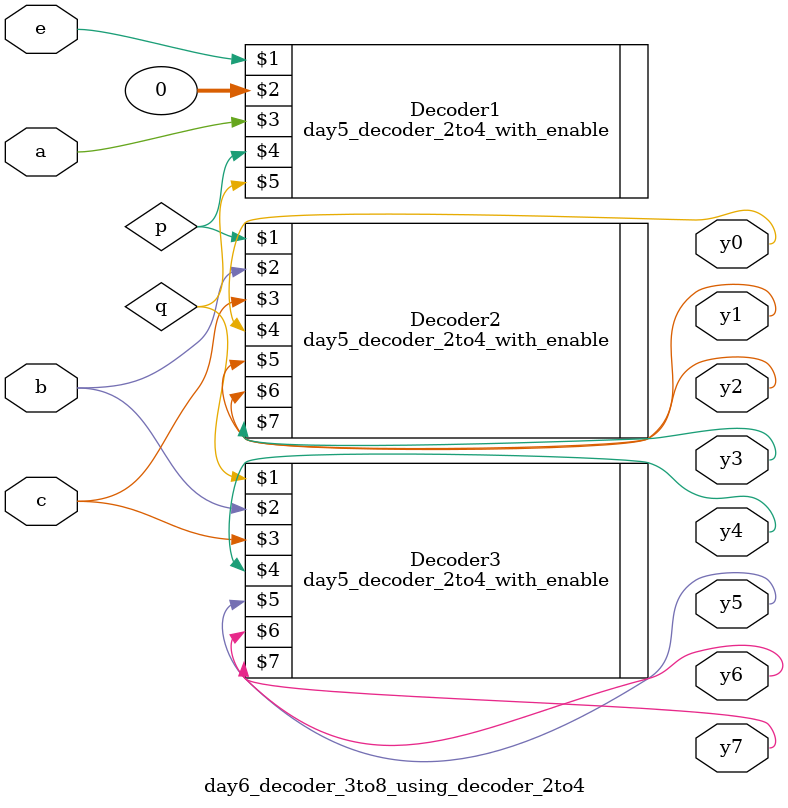
<source format=v>
`timescale 1ns / 1ps


module day6_decoder_3to8_using_decoder_2to4(
    input e,
    input a,
    input b,
    input c,
    output y0,
    output y1,
    output y2,
    output y3,
    output y4,
    output y5,
    output y6,
    output y7                 
    );
    
    wire p,q;
    day5_decoder_2to4_with_enable Decoder1(e,0,a,p,q);
    day5_decoder_2to4_with_enable Decoder2(p,b,c,y0,y1,y2,y3);
    day5_decoder_2to4_with_enable Decoder3(q,b,c,y4,y5,y6,y7);        
endmodule

</source>
